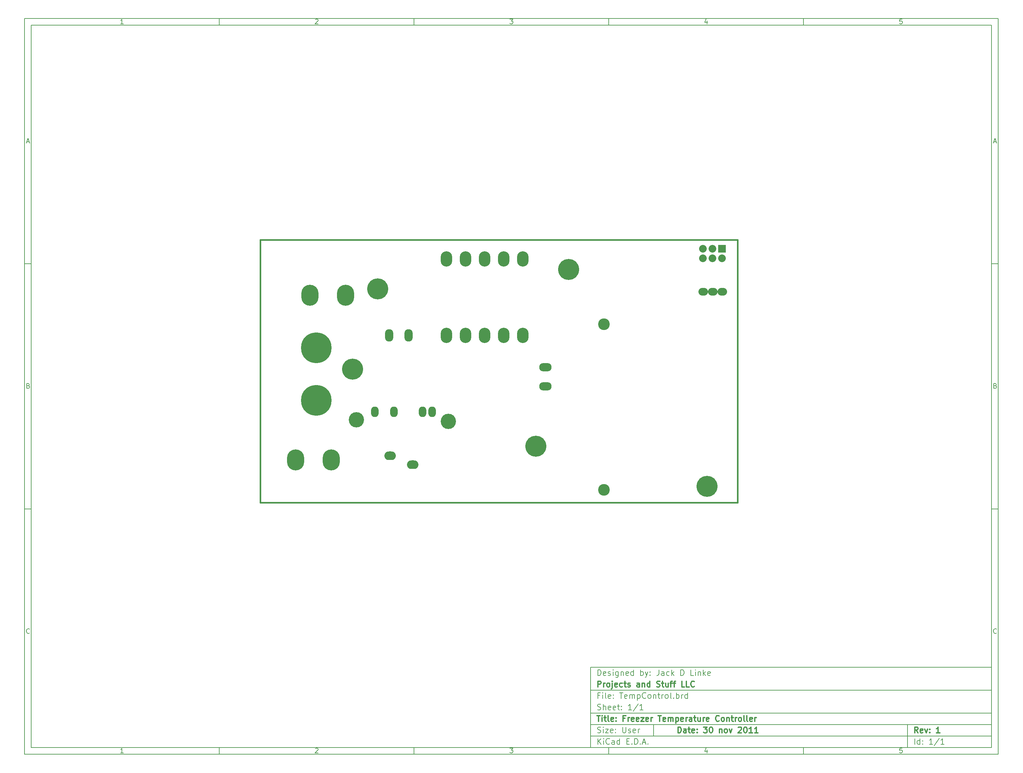
<source format=gbs>
G04 (created by PCBNEW-RS274X (2011-07-08 BZR 3044)-stable) date 11/30/2011 10:21:35 PM*
G01*
G70*
G90*
%MOIN*%
G04 Gerber Fmt 3.4, Leading zero omitted, Abs format*
%FSLAX34Y34*%
G04 APERTURE LIST*
%ADD10C,0.006000*%
%ADD11C,0.012000*%
%ADD12C,0.015000*%
%ADD13C,0.220000*%
%ADD14R,0.080000X0.080000*%
%ADD15C,0.080000*%
%ADD16C,0.122400*%
%ADD17O,0.120000X0.090000*%
%ADD18O,0.120000X0.160000*%
%ADD19O,0.180000X0.220000*%
%ADD20O,0.086900X0.130200*%
%ADD21O,0.130200X0.086900*%
%ADD22C,0.160000*%
%ADD23O,0.080000X0.110000*%
%ADD24C,0.320000*%
%ADD25O,0.100000X0.080000*%
G04 APERTURE END LIST*
G54D10*
X04000Y-04000D02*
X106000Y-04000D01*
X106000Y-81000D01*
X04000Y-81000D01*
X04000Y-04000D01*
X04700Y-04700D02*
X105300Y-04700D01*
X105300Y-80300D01*
X04700Y-80300D01*
X04700Y-04700D01*
X24400Y-04000D02*
X24400Y-04700D01*
X14343Y-04552D02*
X14057Y-04552D01*
X14200Y-04552D02*
X14200Y-04052D01*
X14152Y-04124D01*
X14105Y-04171D01*
X14057Y-04195D01*
X24400Y-81000D02*
X24400Y-80300D01*
X14343Y-80852D02*
X14057Y-80852D01*
X14200Y-80852D02*
X14200Y-80352D01*
X14152Y-80424D01*
X14105Y-80471D01*
X14057Y-80495D01*
X44800Y-04000D02*
X44800Y-04700D01*
X34457Y-04100D02*
X34481Y-04076D01*
X34529Y-04052D01*
X34648Y-04052D01*
X34695Y-04076D01*
X34719Y-04100D01*
X34743Y-04148D01*
X34743Y-04195D01*
X34719Y-04267D01*
X34433Y-04552D01*
X34743Y-04552D01*
X44800Y-81000D02*
X44800Y-80300D01*
X34457Y-80400D02*
X34481Y-80376D01*
X34529Y-80352D01*
X34648Y-80352D01*
X34695Y-80376D01*
X34719Y-80400D01*
X34743Y-80448D01*
X34743Y-80495D01*
X34719Y-80567D01*
X34433Y-80852D01*
X34743Y-80852D01*
X65200Y-04000D02*
X65200Y-04700D01*
X54833Y-04052D02*
X55143Y-04052D01*
X54976Y-04243D01*
X55048Y-04243D01*
X55095Y-04267D01*
X55119Y-04290D01*
X55143Y-04338D01*
X55143Y-04457D01*
X55119Y-04505D01*
X55095Y-04529D01*
X55048Y-04552D01*
X54905Y-04552D01*
X54857Y-04529D01*
X54833Y-04505D01*
X65200Y-81000D02*
X65200Y-80300D01*
X54833Y-80352D02*
X55143Y-80352D01*
X54976Y-80543D01*
X55048Y-80543D01*
X55095Y-80567D01*
X55119Y-80590D01*
X55143Y-80638D01*
X55143Y-80757D01*
X55119Y-80805D01*
X55095Y-80829D01*
X55048Y-80852D01*
X54905Y-80852D01*
X54857Y-80829D01*
X54833Y-80805D01*
X85600Y-04000D02*
X85600Y-04700D01*
X75495Y-04219D02*
X75495Y-04552D01*
X75376Y-04029D02*
X75257Y-04386D01*
X75567Y-04386D01*
X85600Y-81000D02*
X85600Y-80300D01*
X75495Y-80519D02*
X75495Y-80852D01*
X75376Y-80329D02*
X75257Y-80686D01*
X75567Y-80686D01*
X95919Y-04052D02*
X95681Y-04052D01*
X95657Y-04290D01*
X95681Y-04267D01*
X95729Y-04243D01*
X95848Y-04243D01*
X95895Y-04267D01*
X95919Y-04290D01*
X95943Y-04338D01*
X95943Y-04457D01*
X95919Y-04505D01*
X95895Y-04529D01*
X95848Y-04552D01*
X95729Y-04552D01*
X95681Y-04529D01*
X95657Y-04505D01*
X95919Y-80352D02*
X95681Y-80352D01*
X95657Y-80590D01*
X95681Y-80567D01*
X95729Y-80543D01*
X95848Y-80543D01*
X95895Y-80567D01*
X95919Y-80590D01*
X95943Y-80638D01*
X95943Y-80757D01*
X95919Y-80805D01*
X95895Y-80829D01*
X95848Y-80852D01*
X95729Y-80852D01*
X95681Y-80829D01*
X95657Y-80805D01*
X04000Y-29660D02*
X04700Y-29660D01*
X04231Y-16890D02*
X04469Y-16890D01*
X04184Y-17032D02*
X04350Y-16532D01*
X04517Y-17032D01*
X106000Y-29660D02*
X105300Y-29660D01*
X105531Y-16890D02*
X105769Y-16890D01*
X105484Y-17032D02*
X105650Y-16532D01*
X105817Y-17032D01*
X04000Y-55320D02*
X04700Y-55320D01*
X04386Y-42430D02*
X04457Y-42454D01*
X04481Y-42478D01*
X04505Y-42526D01*
X04505Y-42597D01*
X04481Y-42645D01*
X04457Y-42669D01*
X04410Y-42692D01*
X04219Y-42692D01*
X04219Y-42192D01*
X04386Y-42192D01*
X04433Y-42216D01*
X04457Y-42240D01*
X04481Y-42288D01*
X04481Y-42335D01*
X04457Y-42383D01*
X04433Y-42407D01*
X04386Y-42430D01*
X04219Y-42430D01*
X106000Y-55320D02*
X105300Y-55320D01*
X105686Y-42430D02*
X105757Y-42454D01*
X105781Y-42478D01*
X105805Y-42526D01*
X105805Y-42597D01*
X105781Y-42645D01*
X105757Y-42669D01*
X105710Y-42692D01*
X105519Y-42692D01*
X105519Y-42192D01*
X105686Y-42192D01*
X105733Y-42216D01*
X105757Y-42240D01*
X105781Y-42288D01*
X105781Y-42335D01*
X105757Y-42383D01*
X105733Y-42407D01*
X105686Y-42430D01*
X105519Y-42430D01*
X04505Y-68305D02*
X04481Y-68329D01*
X04410Y-68352D01*
X04362Y-68352D01*
X04290Y-68329D01*
X04243Y-68281D01*
X04219Y-68233D01*
X04195Y-68138D01*
X04195Y-68067D01*
X04219Y-67971D01*
X04243Y-67924D01*
X04290Y-67876D01*
X04362Y-67852D01*
X04410Y-67852D01*
X04481Y-67876D01*
X04505Y-67900D01*
X105805Y-68305D02*
X105781Y-68329D01*
X105710Y-68352D01*
X105662Y-68352D01*
X105590Y-68329D01*
X105543Y-68281D01*
X105519Y-68233D01*
X105495Y-68138D01*
X105495Y-68067D01*
X105519Y-67971D01*
X105543Y-67924D01*
X105590Y-67876D01*
X105662Y-67852D01*
X105710Y-67852D01*
X105781Y-67876D01*
X105805Y-67900D01*
G54D11*
X72443Y-78743D02*
X72443Y-78143D01*
X72586Y-78143D01*
X72671Y-78171D01*
X72729Y-78229D01*
X72757Y-78286D01*
X72786Y-78400D01*
X72786Y-78486D01*
X72757Y-78600D01*
X72729Y-78657D01*
X72671Y-78714D01*
X72586Y-78743D01*
X72443Y-78743D01*
X73300Y-78743D02*
X73300Y-78429D01*
X73271Y-78371D01*
X73214Y-78343D01*
X73100Y-78343D01*
X73043Y-78371D01*
X73300Y-78714D02*
X73243Y-78743D01*
X73100Y-78743D01*
X73043Y-78714D01*
X73014Y-78657D01*
X73014Y-78600D01*
X73043Y-78543D01*
X73100Y-78514D01*
X73243Y-78514D01*
X73300Y-78486D01*
X73500Y-78343D02*
X73729Y-78343D01*
X73586Y-78143D02*
X73586Y-78657D01*
X73614Y-78714D01*
X73672Y-78743D01*
X73729Y-78743D01*
X74157Y-78714D02*
X74100Y-78743D01*
X73986Y-78743D01*
X73929Y-78714D01*
X73900Y-78657D01*
X73900Y-78429D01*
X73929Y-78371D01*
X73986Y-78343D01*
X74100Y-78343D01*
X74157Y-78371D01*
X74186Y-78429D01*
X74186Y-78486D01*
X73900Y-78543D01*
X74443Y-78686D02*
X74471Y-78714D01*
X74443Y-78743D01*
X74414Y-78714D01*
X74443Y-78686D01*
X74443Y-78743D01*
X74443Y-78371D02*
X74471Y-78400D01*
X74443Y-78429D01*
X74414Y-78400D01*
X74443Y-78371D01*
X74443Y-78429D01*
X75129Y-78143D02*
X75500Y-78143D01*
X75300Y-78371D01*
X75386Y-78371D01*
X75443Y-78400D01*
X75472Y-78429D01*
X75500Y-78486D01*
X75500Y-78629D01*
X75472Y-78686D01*
X75443Y-78714D01*
X75386Y-78743D01*
X75214Y-78743D01*
X75157Y-78714D01*
X75129Y-78686D01*
X75871Y-78143D02*
X75928Y-78143D01*
X75985Y-78171D01*
X76014Y-78200D01*
X76043Y-78257D01*
X76071Y-78371D01*
X76071Y-78514D01*
X76043Y-78629D01*
X76014Y-78686D01*
X75985Y-78714D01*
X75928Y-78743D01*
X75871Y-78743D01*
X75814Y-78714D01*
X75785Y-78686D01*
X75757Y-78629D01*
X75728Y-78514D01*
X75728Y-78371D01*
X75757Y-78257D01*
X75785Y-78200D01*
X75814Y-78171D01*
X75871Y-78143D01*
X76785Y-78343D02*
X76785Y-78743D01*
X76785Y-78400D02*
X76813Y-78371D01*
X76871Y-78343D01*
X76956Y-78343D01*
X77013Y-78371D01*
X77042Y-78429D01*
X77042Y-78743D01*
X77414Y-78743D02*
X77356Y-78714D01*
X77328Y-78686D01*
X77299Y-78629D01*
X77299Y-78457D01*
X77328Y-78400D01*
X77356Y-78371D01*
X77414Y-78343D01*
X77499Y-78343D01*
X77556Y-78371D01*
X77585Y-78400D01*
X77614Y-78457D01*
X77614Y-78629D01*
X77585Y-78686D01*
X77556Y-78714D01*
X77499Y-78743D01*
X77414Y-78743D01*
X77814Y-78343D02*
X77957Y-78743D01*
X78099Y-78343D01*
X78756Y-78200D02*
X78785Y-78171D01*
X78842Y-78143D01*
X78985Y-78143D01*
X79042Y-78171D01*
X79071Y-78200D01*
X79099Y-78257D01*
X79099Y-78314D01*
X79071Y-78400D01*
X78728Y-78743D01*
X79099Y-78743D01*
X79470Y-78143D02*
X79527Y-78143D01*
X79584Y-78171D01*
X79613Y-78200D01*
X79642Y-78257D01*
X79670Y-78371D01*
X79670Y-78514D01*
X79642Y-78629D01*
X79613Y-78686D01*
X79584Y-78714D01*
X79527Y-78743D01*
X79470Y-78743D01*
X79413Y-78714D01*
X79384Y-78686D01*
X79356Y-78629D01*
X79327Y-78514D01*
X79327Y-78371D01*
X79356Y-78257D01*
X79384Y-78200D01*
X79413Y-78171D01*
X79470Y-78143D01*
X80241Y-78743D02*
X79898Y-78743D01*
X80070Y-78743D02*
X80070Y-78143D01*
X80013Y-78229D01*
X79955Y-78286D01*
X79898Y-78314D01*
X80812Y-78743D02*
X80469Y-78743D01*
X80641Y-78743D02*
X80641Y-78143D01*
X80584Y-78229D01*
X80526Y-78286D01*
X80469Y-78314D01*
G54D10*
X64043Y-79943D02*
X64043Y-79343D01*
X64386Y-79943D02*
X64129Y-79600D01*
X64386Y-79343D02*
X64043Y-79686D01*
X64643Y-79943D02*
X64643Y-79543D01*
X64643Y-79343D02*
X64614Y-79371D01*
X64643Y-79400D01*
X64671Y-79371D01*
X64643Y-79343D01*
X64643Y-79400D01*
X65272Y-79886D02*
X65243Y-79914D01*
X65157Y-79943D01*
X65100Y-79943D01*
X65015Y-79914D01*
X64957Y-79857D01*
X64929Y-79800D01*
X64900Y-79686D01*
X64900Y-79600D01*
X64929Y-79486D01*
X64957Y-79429D01*
X65015Y-79371D01*
X65100Y-79343D01*
X65157Y-79343D01*
X65243Y-79371D01*
X65272Y-79400D01*
X65786Y-79943D02*
X65786Y-79629D01*
X65757Y-79571D01*
X65700Y-79543D01*
X65586Y-79543D01*
X65529Y-79571D01*
X65786Y-79914D02*
X65729Y-79943D01*
X65586Y-79943D01*
X65529Y-79914D01*
X65500Y-79857D01*
X65500Y-79800D01*
X65529Y-79743D01*
X65586Y-79714D01*
X65729Y-79714D01*
X65786Y-79686D01*
X66329Y-79943D02*
X66329Y-79343D01*
X66329Y-79914D02*
X66272Y-79943D01*
X66158Y-79943D01*
X66100Y-79914D01*
X66072Y-79886D01*
X66043Y-79829D01*
X66043Y-79657D01*
X66072Y-79600D01*
X66100Y-79571D01*
X66158Y-79543D01*
X66272Y-79543D01*
X66329Y-79571D01*
X67072Y-79629D02*
X67272Y-79629D01*
X67358Y-79943D02*
X67072Y-79943D01*
X67072Y-79343D01*
X67358Y-79343D01*
X67615Y-79886D02*
X67643Y-79914D01*
X67615Y-79943D01*
X67586Y-79914D01*
X67615Y-79886D01*
X67615Y-79943D01*
X67901Y-79943D02*
X67901Y-79343D01*
X68044Y-79343D01*
X68129Y-79371D01*
X68187Y-79429D01*
X68215Y-79486D01*
X68244Y-79600D01*
X68244Y-79686D01*
X68215Y-79800D01*
X68187Y-79857D01*
X68129Y-79914D01*
X68044Y-79943D01*
X67901Y-79943D01*
X68501Y-79886D02*
X68529Y-79914D01*
X68501Y-79943D01*
X68472Y-79914D01*
X68501Y-79886D01*
X68501Y-79943D01*
X68758Y-79771D02*
X69044Y-79771D01*
X68701Y-79943D02*
X68901Y-79343D01*
X69101Y-79943D01*
X69301Y-79886D02*
X69329Y-79914D01*
X69301Y-79943D01*
X69272Y-79914D01*
X69301Y-79886D01*
X69301Y-79943D01*
G54D11*
X97586Y-78743D02*
X97386Y-78457D01*
X97243Y-78743D02*
X97243Y-78143D01*
X97471Y-78143D01*
X97529Y-78171D01*
X97557Y-78200D01*
X97586Y-78257D01*
X97586Y-78343D01*
X97557Y-78400D01*
X97529Y-78429D01*
X97471Y-78457D01*
X97243Y-78457D01*
X98071Y-78714D02*
X98014Y-78743D01*
X97900Y-78743D01*
X97843Y-78714D01*
X97814Y-78657D01*
X97814Y-78429D01*
X97843Y-78371D01*
X97900Y-78343D01*
X98014Y-78343D01*
X98071Y-78371D01*
X98100Y-78429D01*
X98100Y-78486D01*
X97814Y-78543D01*
X98300Y-78343D02*
X98443Y-78743D01*
X98585Y-78343D01*
X98814Y-78686D02*
X98842Y-78714D01*
X98814Y-78743D01*
X98785Y-78714D01*
X98814Y-78686D01*
X98814Y-78743D01*
X98814Y-78371D02*
X98842Y-78400D01*
X98814Y-78429D01*
X98785Y-78400D01*
X98814Y-78371D01*
X98814Y-78429D01*
X99871Y-78743D02*
X99528Y-78743D01*
X99700Y-78743D02*
X99700Y-78143D01*
X99643Y-78229D01*
X99585Y-78286D01*
X99528Y-78314D01*
G54D10*
X64014Y-78714D02*
X64100Y-78743D01*
X64243Y-78743D01*
X64300Y-78714D01*
X64329Y-78686D01*
X64357Y-78629D01*
X64357Y-78571D01*
X64329Y-78514D01*
X64300Y-78486D01*
X64243Y-78457D01*
X64129Y-78429D01*
X64071Y-78400D01*
X64043Y-78371D01*
X64014Y-78314D01*
X64014Y-78257D01*
X64043Y-78200D01*
X64071Y-78171D01*
X64129Y-78143D01*
X64271Y-78143D01*
X64357Y-78171D01*
X64614Y-78743D02*
X64614Y-78343D01*
X64614Y-78143D02*
X64585Y-78171D01*
X64614Y-78200D01*
X64642Y-78171D01*
X64614Y-78143D01*
X64614Y-78200D01*
X64843Y-78343D02*
X65157Y-78343D01*
X64843Y-78743D01*
X65157Y-78743D01*
X65614Y-78714D02*
X65557Y-78743D01*
X65443Y-78743D01*
X65386Y-78714D01*
X65357Y-78657D01*
X65357Y-78429D01*
X65386Y-78371D01*
X65443Y-78343D01*
X65557Y-78343D01*
X65614Y-78371D01*
X65643Y-78429D01*
X65643Y-78486D01*
X65357Y-78543D01*
X65900Y-78686D02*
X65928Y-78714D01*
X65900Y-78743D01*
X65871Y-78714D01*
X65900Y-78686D01*
X65900Y-78743D01*
X65900Y-78371D02*
X65928Y-78400D01*
X65900Y-78429D01*
X65871Y-78400D01*
X65900Y-78371D01*
X65900Y-78429D01*
X66643Y-78143D02*
X66643Y-78629D01*
X66671Y-78686D01*
X66700Y-78714D01*
X66757Y-78743D01*
X66871Y-78743D01*
X66929Y-78714D01*
X66957Y-78686D01*
X66986Y-78629D01*
X66986Y-78143D01*
X67243Y-78714D02*
X67300Y-78743D01*
X67415Y-78743D01*
X67472Y-78714D01*
X67500Y-78657D01*
X67500Y-78629D01*
X67472Y-78571D01*
X67415Y-78543D01*
X67329Y-78543D01*
X67272Y-78514D01*
X67243Y-78457D01*
X67243Y-78429D01*
X67272Y-78371D01*
X67329Y-78343D01*
X67415Y-78343D01*
X67472Y-78371D01*
X67986Y-78714D02*
X67929Y-78743D01*
X67815Y-78743D01*
X67758Y-78714D01*
X67729Y-78657D01*
X67729Y-78429D01*
X67758Y-78371D01*
X67815Y-78343D01*
X67929Y-78343D01*
X67986Y-78371D01*
X68015Y-78429D01*
X68015Y-78486D01*
X67729Y-78543D01*
X68272Y-78743D02*
X68272Y-78343D01*
X68272Y-78457D02*
X68300Y-78400D01*
X68329Y-78371D01*
X68386Y-78343D01*
X68443Y-78343D01*
X97243Y-79943D02*
X97243Y-79343D01*
X97786Y-79943D02*
X97786Y-79343D01*
X97786Y-79914D02*
X97729Y-79943D01*
X97615Y-79943D01*
X97557Y-79914D01*
X97529Y-79886D01*
X97500Y-79829D01*
X97500Y-79657D01*
X97529Y-79600D01*
X97557Y-79571D01*
X97615Y-79543D01*
X97729Y-79543D01*
X97786Y-79571D01*
X98072Y-79886D02*
X98100Y-79914D01*
X98072Y-79943D01*
X98043Y-79914D01*
X98072Y-79886D01*
X98072Y-79943D01*
X98072Y-79571D02*
X98100Y-79600D01*
X98072Y-79629D01*
X98043Y-79600D01*
X98072Y-79571D01*
X98072Y-79629D01*
X99129Y-79943D02*
X98786Y-79943D01*
X98958Y-79943D02*
X98958Y-79343D01*
X98901Y-79429D01*
X98843Y-79486D01*
X98786Y-79514D01*
X99814Y-79314D02*
X99300Y-80086D01*
X100329Y-79943D02*
X99986Y-79943D01*
X100158Y-79943D02*
X100158Y-79343D01*
X100101Y-79429D01*
X100043Y-79486D01*
X99986Y-79514D01*
G54D11*
X63957Y-76943D02*
X64300Y-76943D01*
X64129Y-77543D02*
X64129Y-76943D01*
X64500Y-77543D02*
X64500Y-77143D01*
X64500Y-76943D02*
X64471Y-76971D01*
X64500Y-77000D01*
X64528Y-76971D01*
X64500Y-76943D01*
X64500Y-77000D01*
X64700Y-77143D02*
X64929Y-77143D01*
X64786Y-76943D02*
X64786Y-77457D01*
X64814Y-77514D01*
X64872Y-77543D01*
X64929Y-77543D01*
X65215Y-77543D02*
X65157Y-77514D01*
X65129Y-77457D01*
X65129Y-76943D01*
X65671Y-77514D02*
X65614Y-77543D01*
X65500Y-77543D01*
X65443Y-77514D01*
X65414Y-77457D01*
X65414Y-77229D01*
X65443Y-77171D01*
X65500Y-77143D01*
X65614Y-77143D01*
X65671Y-77171D01*
X65700Y-77229D01*
X65700Y-77286D01*
X65414Y-77343D01*
X65957Y-77486D02*
X65985Y-77514D01*
X65957Y-77543D01*
X65928Y-77514D01*
X65957Y-77486D01*
X65957Y-77543D01*
X65957Y-77171D02*
X65985Y-77200D01*
X65957Y-77229D01*
X65928Y-77200D01*
X65957Y-77171D01*
X65957Y-77229D01*
X66900Y-77229D02*
X66700Y-77229D01*
X66700Y-77543D02*
X66700Y-76943D01*
X66986Y-76943D01*
X67214Y-77543D02*
X67214Y-77143D01*
X67214Y-77257D02*
X67242Y-77200D01*
X67271Y-77171D01*
X67328Y-77143D01*
X67385Y-77143D01*
X67813Y-77514D02*
X67756Y-77543D01*
X67642Y-77543D01*
X67585Y-77514D01*
X67556Y-77457D01*
X67556Y-77229D01*
X67585Y-77171D01*
X67642Y-77143D01*
X67756Y-77143D01*
X67813Y-77171D01*
X67842Y-77229D01*
X67842Y-77286D01*
X67556Y-77343D01*
X68327Y-77514D02*
X68270Y-77543D01*
X68156Y-77543D01*
X68099Y-77514D01*
X68070Y-77457D01*
X68070Y-77229D01*
X68099Y-77171D01*
X68156Y-77143D01*
X68270Y-77143D01*
X68327Y-77171D01*
X68356Y-77229D01*
X68356Y-77286D01*
X68070Y-77343D01*
X68556Y-77143D02*
X68870Y-77143D01*
X68556Y-77543D01*
X68870Y-77543D01*
X69327Y-77514D02*
X69270Y-77543D01*
X69156Y-77543D01*
X69099Y-77514D01*
X69070Y-77457D01*
X69070Y-77229D01*
X69099Y-77171D01*
X69156Y-77143D01*
X69270Y-77143D01*
X69327Y-77171D01*
X69356Y-77229D01*
X69356Y-77286D01*
X69070Y-77343D01*
X69613Y-77543D02*
X69613Y-77143D01*
X69613Y-77257D02*
X69641Y-77200D01*
X69670Y-77171D01*
X69727Y-77143D01*
X69784Y-77143D01*
X70355Y-76943D02*
X70698Y-76943D01*
X70527Y-77543D02*
X70527Y-76943D01*
X71126Y-77514D02*
X71069Y-77543D01*
X70955Y-77543D01*
X70898Y-77514D01*
X70869Y-77457D01*
X70869Y-77229D01*
X70898Y-77171D01*
X70955Y-77143D01*
X71069Y-77143D01*
X71126Y-77171D01*
X71155Y-77229D01*
X71155Y-77286D01*
X70869Y-77343D01*
X71412Y-77543D02*
X71412Y-77143D01*
X71412Y-77200D02*
X71440Y-77171D01*
X71498Y-77143D01*
X71583Y-77143D01*
X71640Y-77171D01*
X71669Y-77229D01*
X71669Y-77543D01*
X71669Y-77229D02*
X71698Y-77171D01*
X71755Y-77143D01*
X71840Y-77143D01*
X71898Y-77171D01*
X71926Y-77229D01*
X71926Y-77543D01*
X72212Y-77143D02*
X72212Y-77743D01*
X72212Y-77171D02*
X72269Y-77143D01*
X72383Y-77143D01*
X72440Y-77171D01*
X72469Y-77200D01*
X72498Y-77257D01*
X72498Y-77429D01*
X72469Y-77486D01*
X72440Y-77514D01*
X72383Y-77543D01*
X72269Y-77543D01*
X72212Y-77514D01*
X72983Y-77514D02*
X72926Y-77543D01*
X72812Y-77543D01*
X72755Y-77514D01*
X72726Y-77457D01*
X72726Y-77229D01*
X72755Y-77171D01*
X72812Y-77143D01*
X72926Y-77143D01*
X72983Y-77171D01*
X73012Y-77229D01*
X73012Y-77286D01*
X72726Y-77343D01*
X73269Y-77543D02*
X73269Y-77143D01*
X73269Y-77257D02*
X73297Y-77200D01*
X73326Y-77171D01*
X73383Y-77143D01*
X73440Y-77143D01*
X73897Y-77543D02*
X73897Y-77229D01*
X73868Y-77171D01*
X73811Y-77143D01*
X73697Y-77143D01*
X73640Y-77171D01*
X73897Y-77514D02*
X73840Y-77543D01*
X73697Y-77543D01*
X73640Y-77514D01*
X73611Y-77457D01*
X73611Y-77400D01*
X73640Y-77343D01*
X73697Y-77314D01*
X73840Y-77314D01*
X73897Y-77286D01*
X74097Y-77143D02*
X74326Y-77143D01*
X74183Y-76943D02*
X74183Y-77457D01*
X74211Y-77514D01*
X74269Y-77543D01*
X74326Y-77543D01*
X74783Y-77143D02*
X74783Y-77543D01*
X74526Y-77143D02*
X74526Y-77457D01*
X74554Y-77514D01*
X74612Y-77543D01*
X74697Y-77543D01*
X74754Y-77514D01*
X74783Y-77486D01*
X75069Y-77543D02*
X75069Y-77143D01*
X75069Y-77257D02*
X75097Y-77200D01*
X75126Y-77171D01*
X75183Y-77143D01*
X75240Y-77143D01*
X75668Y-77514D02*
X75611Y-77543D01*
X75497Y-77543D01*
X75440Y-77514D01*
X75411Y-77457D01*
X75411Y-77229D01*
X75440Y-77171D01*
X75497Y-77143D01*
X75611Y-77143D01*
X75668Y-77171D01*
X75697Y-77229D01*
X75697Y-77286D01*
X75411Y-77343D01*
X76754Y-77486D02*
X76725Y-77514D01*
X76639Y-77543D01*
X76582Y-77543D01*
X76497Y-77514D01*
X76439Y-77457D01*
X76411Y-77400D01*
X76382Y-77286D01*
X76382Y-77200D01*
X76411Y-77086D01*
X76439Y-77029D01*
X76497Y-76971D01*
X76582Y-76943D01*
X76639Y-76943D01*
X76725Y-76971D01*
X76754Y-77000D01*
X77097Y-77543D02*
X77039Y-77514D01*
X77011Y-77486D01*
X76982Y-77429D01*
X76982Y-77257D01*
X77011Y-77200D01*
X77039Y-77171D01*
X77097Y-77143D01*
X77182Y-77143D01*
X77239Y-77171D01*
X77268Y-77200D01*
X77297Y-77257D01*
X77297Y-77429D01*
X77268Y-77486D01*
X77239Y-77514D01*
X77182Y-77543D01*
X77097Y-77543D01*
X77554Y-77143D02*
X77554Y-77543D01*
X77554Y-77200D02*
X77582Y-77171D01*
X77640Y-77143D01*
X77725Y-77143D01*
X77782Y-77171D01*
X77811Y-77229D01*
X77811Y-77543D01*
X78011Y-77143D02*
X78240Y-77143D01*
X78097Y-76943D02*
X78097Y-77457D01*
X78125Y-77514D01*
X78183Y-77543D01*
X78240Y-77543D01*
X78440Y-77543D02*
X78440Y-77143D01*
X78440Y-77257D02*
X78468Y-77200D01*
X78497Y-77171D01*
X78554Y-77143D01*
X78611Y-77143D01*
X78897Y-77543D02*
X78839Y-77514D01*
X78811Y-77486D01*
X78782Y-77429D01*
X78782Y-77257D01*
X78811Y-77200D01*
X78839Y-77171D01*
X78897Y-77143D01*
X78982Y-77143D01*
X79039Y-77171D01*
X79068Y-77200D01*
X79097Y-77257D01*
X79097Y-77429D01*
X79068Y-77486D01*
X79039Y-77514D01*
X78982Y-77543D01*
X78897Y-77543D01*
X79440Y-77543D02*
X79382Y-77514D01*
X79354Y-77457D01*
X79354Y-76943D01*
X79754Y-77543D02*
X79696Y-77514D01*
X79668Y-77457D01*
X79668Y-76943D01*
X80210Y-77514D02*
X80153Y-77543D01*
X80039Y-77543D01*
X79982Y-77514D01*
X79953Y-77457D01*
X79953Y-77229D01*
X79982Y-77171D01*
X80039Y-77143D01*
X80153Y-77143D01*
X80210Y-77171D01*
X80239Y-77229D01*
X80239Y-77286D01*
X79953Y-77343D01*
X80496Y-77543D02*
X80496Y-77143D01*
X80496Y-77257D02*
X80524Y-77200D01*
X80553Y-77171D01*
X80610Y-77143D01*
X80667Y-77143D01*
G54D10*
X64243Y-74829D02*
X64043Y-74829D01*
X64043Y-75143D02*
X64043Y-74543D01*
X64329Y-74543D01*
X64557Y-75143D02*
X64557Y-74743D01*
X64557Y-74543D02*
X64528Y-74571D01*
X64557Y-74600D01*
X64585Y-74571D01*
X64557Y-74543D01*
X64557Y-74600D01*
X64929Y-75143D02*
X64871Y-75114D01*
X64843Y-75057D01*
X64843Y-74543D01*
X65385Y-75114D02*
X65328Y-75143D01*
X65214Y-75143D01*
X65157Y-75114D01*
X65128Y-75057D01*
X65128Y-74829D01*
X65157Y-74771D01*
X65214Y-74743D01*
X65328Y-74743D01*
X65385Y-74771D01*
X65414Y-74829D01*
X65414Y-74886D01*
X65128Y-74943D01*
X65671Y-75086D02*
X65699Y-75114D01*
X65671Y-75143D01*
X65642Y-75114D01*
X65671Y-75086D01*
X65671Y-75143D01*
X65671Y-74771D02*
X65699Y-74800D01*
X65671Y-74829D01*
X65642Y-74800D01*
X65671Y-74771D01*
X65671Y-74829D01*
X66328Y-74543D02*
X66671Y-74543D01*
X66500Y-75143D02*
X66500Y-74543D01*
X67099Y-75114D02*
X67042Y-75143D01*
X66928Y-75143D01*
X66871Y-75114D01*
X66842Y-75057D01*
X66842Y-74829D01*
X66871Y-74771D01*
X66928Y-74743D01*
X67042Y-74743D01*
X67099Y-74771D01*
X67128Y-74829D01*
X67128Y-74886D01*
X66842Y-74943D01*
X67385Y-75143D02*
X67385Y-74743D01*
X67385Y-74800D02*
X67413Y-74771D01*
X67471Y-74743D01*
X67556Y-74743D01*
X67613Y-74771D01*
X67642Y-74829D01*
X67642Y-75143D01*
X67642Y-74829D02*
X67671Y-74771D01*
X67728Y-74743D01*
X67813Y-74743D01*
X67871Y-74771D01*
X67899Y-74829D01*
X67899Y-75143D01*
X68185Y-74743D02*
X68185Y-75343D01*
X68185Y-74771D02*
X68242Y-74743D01*
X68356Y-74743D01*
X68413Y-74771D01*
X68442Y-74800D01*
X68471Y-74857D01*
X68471Y-75029D01*
X68442Y-75086D01*
X68413Y-75114D01*
X68356Y-75143D01*
X68242Y-75143D01*
X68185Y-75114D01*
X69071Y-75086D02*
X69042Y-75114D01*
X68956Y-75143D01*
X68899Y-75143D01*
X68814Y-75114D01*
X68756Y-75057D01*
X68728Y-75000D01*
X68699Y-74886D01*
X68699Y-74800D01*
X68728Y-74686D01*
X68756Y-74629D01*
X68814Y-74571D01*
X68899Y-74543D01*
X68956Y-74543D01*
X69042Y-74571D01*
X69071Y-74600D01*
X69414Y-75143D02*
X69356Y-75114D01*
X69328Y-75086D01*
X69299Y-75029D01*
X69299Y-74857D01*
X69328Y-74800D01*
X69356Y-74771D01*
X69414Y-74743D01*
X69499Y-74743D01*
X69556Y-74771D01*
X69585Y-74800D01*
X69614Y-74857D01*
X69614Y-75029D01*
X69585Y-75086D01*
X69556Y-75114D01*
X69499Y-75143D01*
X69414Y-75143D01*
X69871Y-74743D02*
X69871Y-75143D01*
X69871Y-74800D02*
X69899Y-74771D01*
X69957Y-74743D01*
X70042Y-74743D01*
X70099Y-74771D01*
X70128Y-74829D01*
X70128Y-75143D01*
X70328Y-74743D02*
X70557Y-74743D01*
X70414Y-74543D02*
X70414Y-75057D01*
X70442Y-75114D01*
X70500Y-75143D01*
X70557Y-75143D01*
X70757Y-75143D02*
X70757Y-74743D01*
X70757Y-74857D02*
X70785Y-74800D01*
X70814Y-74771D01*
X70871Y-74743D01*
X70928Y-74743D01*
X71214Y-75143D02*
X71156Y-75114D01*
X71128Y-75086D01*
X71099Y-75029D01*
X71099Y-74857D01*
X71128Y-74800D01*
X71156Y-74771D01*
X71214Y-74743D01*
X71299Y-74743D01*
X71356Y-74771D01*
X71385Y-74800D01*
X71414Y-74857D01*
X71414Y-75029D01*
X71385Y-75086D01*
X71356Y-75114D01*
X71299Y-75143D01*
X71214Y-75143D01*
X71757Y-75143D02*
X71699Y-75114D01*
X71671Y-75057D01*
X71671Y-74543D01*
X71985Y-75086D02*
X72013Y-75114D01*
X71985Y-75143D01*
X71956Y-75114D01*
X71985Y-75086D01*
X71985Y-75143D01*
X72271Y-75143D02*
X72271Y-74543D01*
X72271Y-74771D02*
X72328Y-74743D01*
X72442Y-74743D01*
X72499Y-74771D01*
X72528Y-74800D01*
X72557Y-74857D01*
X72557Y-75029D01*
X72528Y-75086D01*
X72499Y-75114D01*
X72442Y-75143D01*
X72328Y-75143D01*
X72271Y-75114D01*
X72814Y-75143D02*
X72814Y-74743D01*
X72814Y-74857D02*
X72842Y-74800D01*
X72871Y-74771D01*
X72928Y-74743D01*
X72985Y-74743D01*
X73442Y-75143D02*
X73442Y-74543D01*
X73442Y-75114D02*
X73385Y-75143D01*
X73271Y-75143D01*
X73213Y-75114D01*
X73185Y-75086D01*
X73156Y-75029D01*
X73156Y-74857D01*
X73185Y-74800D01*
X73213Y-74771D01*
X73271Y-74743D01*
X73385Y-74743D01*
X73442Y-74771D01*
X64014Y-76314D02*
X64100Y-76343D01*
X64243Y-76343D01*
X64300Y-76314D01*
X64329Y-76286D01*
X64357Y-76229D01*
X64357Y-76171D01*
X64329Y-76114D01*
X64300Y-76086D01*
X64243Y-76057D01*
X64129Y-76029D01*
X64071Y-76000D01*
X64043Y-75971D01*
X64014Y-75914D01*
X64014Y-75857D01*
X64043Y-75800D01*
X64071Y-75771D01*
X64129Y-75743D01*
X64271Y-75743D01*
X64357Y-75771D01*
X64614Y-76343D02*
X64614Y-75743D01*
X64871Y-76343D02*
X64871Y-76029D01*
X64842Y-75971D01*
X64785Y-75943D01*
X64700Y-75943D01*
X64642Y-75971D01*
X64614Y-76000D01*
X65385Y-76314D02*
X65328Y-76343D01*
X65214Y-76343D01*
X65157Y-76314D01*
X65128Y-76257D01*
X65128Y-76029D01*
X65157Y-75971D01*
X65214Y-75943D01*
X65328Y-75943D01*
X65385Y-75971D01*
X65414Y-76029D01*
X65414Y-76086D01*
X65128Y-76143D01*
X65899Y-76314D02*
X65842Y-76343D01*
X65728Y-76343D01*
X65671Y-76314D01*
X65642Y-76257D01*
X65642Y-76029D01*
X65671Y-75971D01*
X65728Y-75943D01*
X65842Y-75943D01*
X65899Y-75971D01*
X65928Y-76029D01*
X65928Y-76086D01*
X65642Y-76143D01*
X66099Y-75943D02*
X66328Y-75943D01*
X66185Y-75743D02*
X66185Y-76257D01*
X66213Y-76314D01*
X66271Y-76343D01*
X66328Y-76343D01*
X66528Y-76286D02*
X66556Y-76314D01*
X66528Y-76343D01*
X66499Y-76314D01*
X66528Y-76286D01*
X66528Y-76343D01*
X66528Y-75971D02*
X66556Y-76000D01*
X66528Y-76029D01*
X66499Y-76000D01*
X66528Y-75971D01*
X66528Y-76029D01*
X67585Y-76343D02*
X67242Y-76343D01*
X67414Y-76343D02*
X67414Y-75743D01*
X67357Y-75829D01*
X67299Y-75886D01*
X67242Y-75914D01*
X68270Y-75714D02*
X67756Y-76486D01*
X68785Y-76343D02*
X68442Y-76343D01*
X68614Y-76343D02*
X68614Y-75743D01*
X68557Y-75829D01*
X68499Y-75886D01*
X68442Y-75914D01*
G54D11*
X64043Y-73943D02*
X64043Y-73343D01*
X64271Y-73343D01*
X64329Y-73371D01*
X64357Y-73400D01*
X64386Y-73457D01*
X64386Y-73543D01*
X64357Y-73600D01*
X64329Y-73629D01*
X64271Y-73657D01*
X64043Y-73657D01*
X64643Y-73943D02*
X64643Y-73543D01*
X64643Y-73657D02*
X64671Y-73600D01*
X64700Y-73571D01*
X64757Y-73543D01*
X64814Y-73543D01*
X65100Y-73943D02*
X65042Y-73914D01*
X65014Y-73886D01*
X64985Y-73829D01*
X64985Y-73657D01*
X65014Y-73600D01*
X65042Y-73571D01*
X65100Y-73543D01*
X65185Y-73543D01*
X65242Y-73571D01*
X65271Y-73600D01*
X65300Y-73657D01*
X65300Y-73829D01*
X65271Y-73886D01*
X65242Y-73914D01*
X65185Y-73943D01*
X65100Y-73943D01*
X65557Y-73543D02*
X65557Y-74057D01*
X65528Y-74114D01*
X65471Y-74143D01*
X65443Y-74143D01*
X65557Y-73343D02*
X65528Y-73371D01*
X65557Y-73400D01*
X65585Y-73371D01*
X65557Y-73343D01*
X65557Y-73400D01*
X66071Y-73914D02*
X66014Y-73943D01*
X65900Y-73943D01*
X65843Y-73914D01*
X65814Y-73857D01*
X65814Y-73629D01*
X65843Y-73571D01*
X65900Y-73543D01*
X66014Y-73543D01*
X66071Y-73571D01*
X66100Y-73629D01*
X66100Y-73686D01*
X65814Y-73743D01*
X66614Y-73914D02*
X66557Y-73943D01*
X66443Y-73943D01*
X66385Y-73914D01*
X66357Y-73886D01*
X66328Y-73829D01*
X66328Y-73657D01*
X66357Y-73600D01*
X66385Y-73571D01*
X66443Y-73543D01*
X66557Y-73543D01*
X66614Y-73571D01*
X66785Y-73543D02*
X67014Y-73543D01*
X66871Y-73343D02*
X66871Y-73857D01*
X66899Y-73914D01*
X66957Y-73943D01*
X67014Y-73943D01*
X67185Y-73914D02*
X67242Y-73943D01*
X67357Y-73943D01*
X67414Y-73914D01*
X67442Y-73857D01*
X67442Y-73829D01*
X67414Y-73771D01*
X67357Y-73743D01*
X67271Y-73743D01*
X67214Y-73714D01*
X67185Y-73657D01*
X67185Y-73629D01*
X67214Y-73571D01*
X67271Y-73543D01*
X67357Y-73543D01*
X67414Y-73571D01*
X68414Y-73943D02*
X68414Y-73629D01*
X68385Y-73571D01*
X68328Y-73543D01*
X68214Y-73543D01*
X68157Y-73571D01*
X68414Y-73914D02*
X68357Y-73943D01*
X68214Y-73943D01*
X68157Y-73914D01*
X68128Y-73857D01*
X68128Y-73800D01*
X68157Y-73743D01*
X68214Y-73714D01*
X68357Y-73714D01*
X68414Y-73686D01*
X68700Y-73543D02*
X68700Y-73943D01*
X68700Y-73600D02*
X68728Y-73571D01*
X68786Y-73543D01*
X68871Y-73543D01*
X68928Y-73571D01*
X68957Y-73629D01*
X68957Y-73943D01*
X69500Y-73943D02*
X69500Y-73343D01*
X69500Y-73914D02*
X69443Y-73943D01*
X69329Y-73943D01*
X69271Y-73914D01*
X69243Y-73886D01*
X69214Y-73829D01*
X69214Y-73657D01*
X69243Y-73600D01*
X69271Y-73571D01*
X69329Y-73543D01*
X69443Y-73543D01*
X69500Y-73571D01*
X70214Y-73914D02*
X70300Y-73943D01*
X70443Y-73943D01*
X70500Y-73914D01*
X70529Y-73886D01*
X70557Y-73829D01*
X70557Y-73771D01*
X70529Y-73714D01*
X70500Y-73686D01*
X70443Y-73657D01*
X70329Y-73629D01*
X70271Y-73600D01*
X70243Y-73571D01*
X70214Y-73514D01*
X70214Y-73457D01*
X70243Y-73400D01*
X70271Y-73371D01*
X70329Y-73343D01*
X70471Y-73343D01*
X70557Y-73371D01*
X70728Y-73543D02*
X70957Y-73543D01*
X70814Y-73343D02*
X70814Y-73857D01*
X70842Y-73914D01*
X70900Y-73943D01*
X70957Y-73943D01*
X71414Y-73543D02*
X71414Y-73943D01*
X71157Y-73543D02*
X71157Y-73857D01*
X71185Y-73914D01*
X71243Y-73943D01*
X71328Y-73943D01*
X71385Y-73914D01*
X71414Y-73886D01*
X71614Y-73543D02*
X71843Y-73543D01*
X71700Y-73943D02*
X71700Y-73429D01*
X71728Y-73371D01*
X71786Y-73343D01*
X71843Y-73343D01*
X71957Y-73543D02*
X72186Y-73543D01*
X72043Y-73943D02*
X72043Y-73429D01*
X72071Y-73371D01*
X72129Y-73343D01*
X72186Y-73343D01*
X73129Y-73943D02*
X72843Y-73943D01*
X72843Y-73343D01*
X73615Y-73943D02*
X73329Y-73943D01*
X73329Y-73343D01*
X74158Y-73886D02*
X74129Y-73914D01*
X74043Y-73943D01*
X73986Y-73943D01*
X73901Y-73914D01*
X73843Y-73857D01*
X73815Y-73800D01*
X73786Y-73686D01*
X73786Y-73600D01*
X73815Y-73486D01*
X73843Y-73429D01*
X73901Y-73371D01*
X73986Y-73343D01*
X74043Y-73343D01*
X74129Y-73371D01*
X74158Y-73400D01*
G54D10*
X64043Y-72743D02*
X64043Y-72143D01*
X64186Y-72143D01*
X64271Y-72171D01*
X64329Y-72229D01*
X64357Y-72286D01*
X64386Y-72400D01*
X64386Y-72486D01*
X64357Y-72600D01*
X64329Y-72657D01*
X64271Y-72714D01*
X64186Y-72743D01*
X64043Y-72743D01*
X64871Y-72714D02*
X64814Y-72743D01*
X64700Y-72743D01*
X64643Y-72714D01*
X64614Y-72657D01*
X64614Y-72429D01*
X64643Y-72371D01*
X64700Y-72343D01*
X64814Y-72343D01*
X64871Y-72371D01*
X64900Y-72429D01*
X64900Y-72486D01*
X64614Y-72543D01*
X65128Y-72714D02*
X65185Y-72743D01*
X65300Y-72743D01*
X65357Y-72714D01*
X65385Y-72657D01*
X65385Y-72629D01*
X65357Y-72571D01*
X65300Y-72543D01*
X65214Y-72543D01*
X65157Y-72514D01*
X65128Y-72457D01*
X65128Y-72429D01*
X65157Y-72371D01*
X65214Y-72343D01*
X65300Y-72343D01*
X65357Y-72371D01*
X65643Y-72743D02*
X65643Y-72343D01*
X65643Y-72143D02*
X65614Y-72171D01*
X65643Y-72200D01*
X65671Y-72171D01*
X65643Y-72143D01*
X65643Y-72200D01*
X66186Y-72343D02*
X66186Y-72829D01*
X66157Y-72886D01*
X66129Y-72914D01*
X66072Y-72943D01*
X65986Y-72943D01*
X65929Y-72914D01*
X66186Y-72714D02*
X66129Y-72743D01*
X66015Y-72743D01*
X65957Y-72714D01*
X65929Y-72686D01*
X65900Y-72629D01*
X65900Y-72457D01*
X65929Y-72400D01*
X65957Y-72371D01*
X66015Y-72343D01*
X66129Y-72343D01*
X66186Y-72371D01*
X66472Y-72343D02*
X66472Y-72743D01*
X66472Y-72400D02*
X66500Y-72371D01*
X66558Y-72343D01*
X66643Y-72343D01*
X66700Y-72371D01*
X66729Y-72429D01*
X66729Y-72743D01*
X67243Y-72714D02*
X67186Y-72743D01*
X67072Y-72743D01*
X67015Y-72714D01*
X66986Y-72657D01*
X66986Y-72429D01*
X67015Y-72371D01*
X67072Y-72343D01*
X67186Y-72343D01*
X67243Y-72371D01*
X67272Y-72429D01*
X67272Y-72486D01*
X66986Y-72543D01*
X67786Y-72743D02*
X67786Y-72143D01*
X67786Y-72714D02*
X67729Y-72743D01*
X67615Y-72743D01*
X67557Y-72714D01*
X67529Y-72686D01*
X67500Y-72629D01*
X67500Y-72457D01*
X67529Y-72400D01*
X67557Y-72371D01*
X67615Y-72343D01*
X67729Y-72343D01*
X67786Y-72371D01*
X68529Y-72743D02*
X68529Y-72143D01*
X68529Y-72371D02*
X68586Y-72343D01*
X68700Y-72343D01*
X68757Y-72371D01*
X68786Y-72400D01*
X68815Y-72457D01*
X68815Y-72629D01*
X68786Y-72686D01*
X68757Y-72714D01*
X68700Y-72743D01*
X68586Y-72743D01*
X68529Y-72714D01*
X69015Y-72343D02*
X69158Y-72743D01*
X69300Y-72343D02*
X69158Y-72743D01*
X69100Y-72886D01*
X69072Y-72914D01*
X69015Y-72943D01*
X69529Y-72686D02*
X69557Y-72714D01*
X69529Y-72743D01*
X69500Y-72714D01*
X69529Y-72686D01*
X69529Y-72743D01*
X69529Y-72371D02*
X69557Y-72400D01*
X69529Y-72429D01*
X69500Y-72400D01*
X69529Y-72371D01*
X69529Y-72429D01*
X70443Y-72143D02*
X70443Y-72571D01*
X70415Y-72657D01*
X70358Y-72714D01*
X70272Y-72743D01*
X70215Y-72743D01*
X70986Y-72743D02*
X70986Y-72429D01*
X70957Y-72371D01*
X70900Y-72343D01*
X70786Y-72343D01*
X70729Y-72371D01*
X70986Y-72714D02*
X70929Y-72743D01*
X70786Y-72743D01*
X70729Y-72714D01*
X70700Y-72657D01*
X70700Y-72600D01*
X70729Y-72543D01*
X70786Y-72514D01*
X70929Y-72514D01*
X70986Y-72486D01*
X71529Y-72714D02*
X71472Y-72743D01*
X71358Y-72743D01*
X71300Y-72714D01*
X71272Y-72686D01*
X71243Y-72629D01*
X71243Y-72457D01*
X71272Y-72400D01*
X71300Y-72371D01*
X71358Y-72343D01*
X71472Y-72343D01*
X71529Y-72371D01*
X71786Y-72743D02*
X71786Y-72143D01*
X71843Y-72514D02*
X72014Y-72743D01*
X72014Y-72343D02*
X71786Y-72571D01*
X72729Y-72743D02*
X72729Y-72143D01*
X72872Y-72143D01*
X72957Y-72171D01*
X73015Y-72229D01*
X73043Y-72286D01*
X73072Y-72400D01*
X73072Y-72486D01*
X73043Y-72600D01*
X73015Y-72657D01*
X72957Y-72714D01*
X72872Y-72743D01*
X72729Y-72743D01*
X74072Y-72743D02*
X73786Y-72743D01*
X73786Y-72143D01*
X74272Y-72743D02*
X74272Y-72343D01*
X74272Y-72143D02*
X74243Y-72171D01*
X74272Y-72200D01*
X74300Y-72171D01*
X74272Y-72143D01*
X74272Y-72200D01*
X74558Y-72343D02*
X74558Y-72743D01*
X74558Y-72400D02*
X74586Y-72371D01*
X74644Y-72343D01*
X74729Y-72343D01*
X74786Y-72371D01*
X74815Y-72429D01*
X74815Y-72743D01*
X75101Y-72743D02*
X75101Y-72143D01*
X75158Y-72514D02*
X75329Y-72743D01*
X75329Y-72343D02*
X75101Y-72571D01*
X75815Y-72714D02*
X75758Y-72743D01*
X75644Y-72743D01*
X75587Y-72714D01*
X75558Y-72657D01*
X75558Y-72429D01*
X75587Y-72371D01*
X75644Y-72343D01*
X75758Y-72343D01*
X75815Y-72371D01*
X75844Y-72429D01*
X75844Y-72486D01*
X75558Y-72543D01*
X63300Y-71900D02*
X63300Y-80300D01*
X63300Y-74300D02*
X105300Y-74300D01*
X63300Y-71900D02*
X105300Y-71900D01*
X63300Y-76700D02*
X105300Y-76700D01*
X96500Y-77900D02*
X96500Y-80300D01*
X63300Y-79100D02*
X105300Y-79100D01*
X63300Y-77900D02*
X105300Y-77900D01*
X69900Y-77900D02*
X69900Y-79100D01*
G54D12*
X28700Y-54650D02*
X28700Y-27150D01*
X78700Y-54650D02*
X28700Y-54650D01*
X78700Y-27150D02*
X78700Y-54650D01*
X28700Y-27150D02*
X78700Y-27150D01*
G54D13*
X41000Y-32300D03*
X38350Y-40700D03*
X57550Y-48750D03*
X61000Y-30250D03*
X75500Y-52950D03*
G54D14*
X77052Y-28091D03*
G54D15*
X77052Y-29091D03*
X76052Y-28091D03*
X76052Y-29091D03*
X75052Y-28091D03*
X75052Y-29091D03*
G54D16*
X64700Y-35989D03*
X64700Y-53311D03*
G54D17*
X42294Y-49752D03*
X44662Y-50696D03*
G54D18*
X48200Y-29150D03*
X50200Y-29150D03*
X52200Y-29150D03*
X54200Y-29150D03*
X56200Y-29150D03*
X56200Y-37150D03*
X54200Y-37150D03*
X52200Y-37150D03*
X50200Y-37150D03*
X48200Y-37150D03*
G54D19*
X33875Y-32950D03*
X37625Y-32950D03*
G54D20*
X42196Y-37150D03*
X44204Y-37150D03*
G54D21*
X58550Y-40496D03*
X58550Y-42504D03*
G54D22*
X48400Y-46150D03*
X38750Y-46000D03*
G54D23*
X45700Y-45150D03*
X42700Y-45150D03*
X40700Y-45150D03*
X46700Y-45150D03*
G54D24*
X34550Y-38450D03*
X34550Y-43950D03*
G54D25*
X76070Y-32600D03*
X75070Y-32600D03*
X77070Y-32600D03*
G54D19*
X32375Y-50200D03*
X36125Y-50200D03*
M02*

</source>
